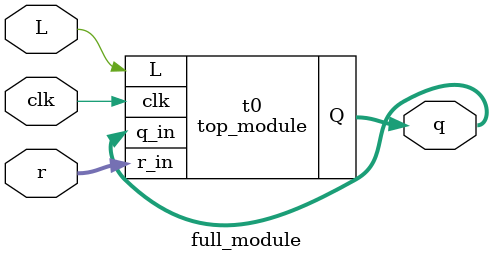
<source format=sv>
module top_module(
    input clk,
    input L,
    input [2:0] q_in,
    input [2:0] r_in,
    output reg [2:0] Q
);

    always @(posedge clk) begin
        if (L) begin
            Q <= r_in;
        end else begin
            Q <= {Q[1] ^ Q[2], Q[0], Q[2]};
        end
    end

endmodule
module full_module (
    input [2:0] r,
    input L,
    input clk,
    output reg [2:0] q
);

    top_module t0 (
        .clk(clk),
        .L(L),
        .q_in(q),
        .r_in(r),
        .Q(q)
    );

endmodule

</source>
